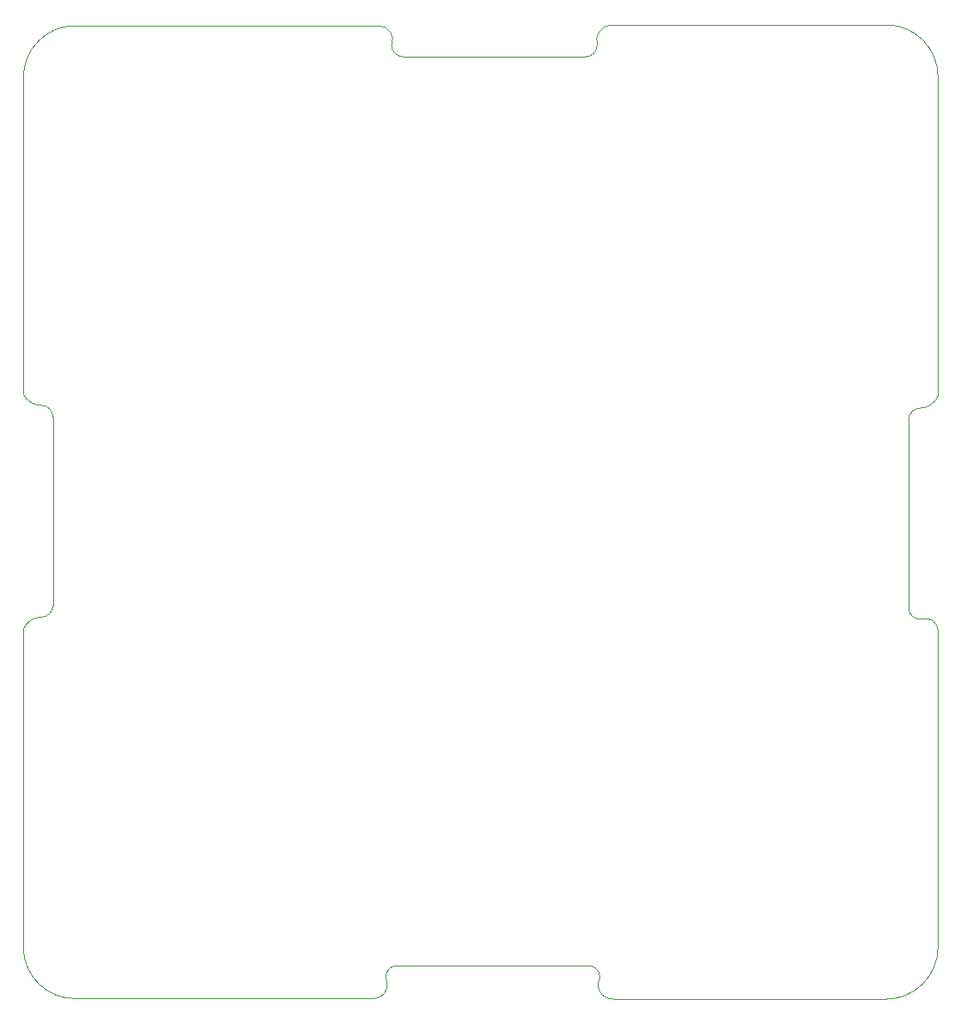
<source format=gm1>
G04 #@! TF.GenerationSoftware,KiCad,Pcbnew,(6.0.7)*
G04 #@! TF.CreationDate,2023-05-04T15:31:31-04:00*
G04 #@! TF.ProjectId,battery_board_v2,62617474-6572-4795-9f62-6f6172645f76,rev?*
G04 #@! TF.SameCoordinates,Original*
G04 #@! TF.FileFunction,Profile,NP*
%FSLAX46Y46*%
G04 Gerber Fmt 4.6, Leading zero omitted, Abs format (unit mm)*
G04 Created by KiCad (PCBNEW (6.0.7)) date 2023-05-04 15:31:31*
%MOMM*%
%LPD*%
G01*
G04 APERTURE LIST*
G04 #@! TA.AperFunction,Profile*
%ADD10C,0.100000*%
G04 #@! TD*
G04 APERTURE END LIST*
D10*
X114304000Y-47068200D02*
G75*
G03*
X109224000Y-52148223I0J-5080000D01*
G01*
X145519221Y-48976999D02*
G75*
G03*
X144322223Y-47068223I-1259831J539665D01*
G01*
X112139985Y-85621777D02*
G75*
G03*
X111011000Y-84479000I-1142885J-23D01*
G01*
X110997000Y-105353000D02*
G75*
G03*
X109224000Y-106550446I-2J-1911318D01*
G01*
X146662223Y-50120000D02*
X164650000Y-50120000D01*
X194310000Y-143002000D02*
G75*
G03*
X199394000Y-137873223I-45005J5128808D01*
G01*
X197633000Y-84755976D02*
G75*
G03*
X199390000Y-83570000I-26600J1933876D01*
G01*
X114304000Y-47068223D02*
X144322223Y-47068223D01*
X109224000Y-106550446D02*
X109224000Y-138176000D01*
X164650000Y-50120000D02*
G75*
G03*
X165793000Y-48977000I0J1143000D01*
G01*
X197633000Y-84756000D02*
G75*
G03*
X196490000Y-85899000I0J-1143000D01*
G01*
X145915002Y-139710014D02*
G75*
G03*
X145034000Y-141224000I125898J-1086586D01*
G01*
X167132000Y-46990000D02*
G75*
G03*
X165793000Y-48977000I141883J-1540275D01*
G01*
X167132000Y-46990000D02*
X194310000Y-46990000D01*
X165861957Y-141477969D02*
G75*
G03*
X164965000Y-139710000I-901857J653969D01*
G01*
X165862000Y-141478000D02*
G75*
G03*
X167386000Y-143002000I1444100J-79900D01*
G01*
X196490042Y-104441000D02*
G75*
G03*
X197866000Y-105541000I1120558J-8900D01*
G01*
X167386000Y-143002000D02*
X194310000Y-143002000D01*
X199390032Y-106684000D02*
G75*
G03*
X197866000Y-105541000I-1190632J0D01*
G01*
X196490000Y-104441000D02*
X196490000Y-85899000D01*
X199394000Y-137873223D02*
X199390000Y-106684000D01*
X114304000Y-142953223D02*
X143768000Y-142953223D01*
X145915000Y-139710000D02*
X164965000Y-139710000D01*
X143768000Y-142953250D02*
G75*
G03*
X145034000Y-141224000I0J1328050D01*
G01*
X145519200Y-48977000D02*
G75*
G03*
X146662223Y-50120000I1143000J0D01*
G01*
X112140000Y-85621777D02*
X112140000Y-104210000D01*
X110997000Y-105353000D02*
G75*
G03*
X112140000Y-104210000I-100J1143100D01*
G01*
X109224000Y-52148223D02*
X109224000Y-83390223D01*
X109224000Y-138176000D02*
G75*
G03*
X114304000Y-142953223I5080000J312372D01*
G01*
X199390000Y-52070000D02*
G75*
G03*
X194310000Y-46990000I-5080000J0D01*
G01*
X199390000Y-52070000D02*
X199390000Y-83570000D01*
X109224007Y-83390219D02*
G75*
G03*
X111011000Y-84479000I1752893J866119D01*
G01*
M02*

</source>
